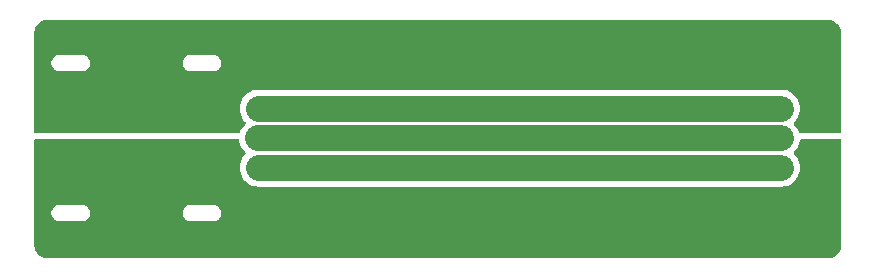
<source format=gbr>
%TF.GenerationSoftware,KiCad,Pcbnew,(7.0.0-rc2-283-gc53ce01b89)*%
%TF.CreationDate,2023-05-01T16:57:45+01:00*%
%TF.ProjectId,4S parallel board,34532070-6172-4616-9c6c-656c20626f61,rev?*%
%TF.SameCoordinates,Original*%
%TF.FileFunction,Copper,L1,Top*%
%TF.FilePolarity,Positive*%
%FSLAX46Y46*%
G04 Gerber Fmt 4.6, Leading zero omitted, Abs format (unit mm)*
G04 Created by KiCad (PCBNEW (7.0.0-rc2-283-gc53ce01b89)) date 2023-05-01 16:57:45*
%MOMM*%
%LPD*%
G01*
G04 APERTURE LIST*
G04 Aperture macros list*
%AMRoundRect*
0 Rectangle with rounded corners*
0 $1 Rounding radius*
0 $2 $3 $4 $5 $6 $7 $8 $9 X,Y pos of 4 corners*
0 Add a 4 corners polygon primitive as box body*
4,1,4,$2,$3,$4,$5,$6,$7,$8,$9,$2,$3,0*
0 Add four circle primitives for the rounded corners*
1,1,$1+$1,$2,$3*
1,1,$1+$1,$4,$5*
1,1,$1+$1,$6,$7*
1,1,$1+$1,$8,$9*
0 Add four rect primitives between the rounded corners*
20,1,$1+$1,$2,$3,$4,$5,0*
20,1,$1+$1,$4,$5,$6,$7,0*
20,1,$1+$1,$6,$7,$8,$9,0*
20,1,$1+$1,$8,$9,$2,$3,0*%
G04 Aperture macros list end*
%TA.AperFunction,ComponentPad*%
%ADD10RoundRect,0.249999X-1.300001X1.300001X-1.300001X-1.300001X1.300001X-1.300001X1.300001X1.300001X0*%
%TD*%
%TA.AperFunction,ComponentPad*%
%ADD11C,3.100000*%
%TD*%
%TA.AperFunction,ComponentPad*%
%ADD12R,1.700000X1.700000*%
%TD*%
%TA.AperFunction,ComponentPad*%
%ADD13O,1.700000X1.700000*%
%TD*%
%TA.AperFunction,ComponentPad*%
%ADD14O,1.950000X1.700000*%
%TD*%
%TA.AperFunction,ComponentPad*%
%ADD15RoundRect,0.250000X-0.725000X0.600000X-0.725000X-0.600000X0.725000X-0.600000X0.725000X0.600000X0*%
%TD*%
%TA.AperFunction,Conductor*%
%ADD16C,2.200000*%
%TD*%
G04 APERTURE END LIST*
D10*
%TO.P,J1,1,Pin_1*%
%TO.N,VCC*%
X99805000Y-120110000D03*
D11*
%TO.P,J1,2,Pin_2*%
%TO.N,GND*%
X99805000Y-126110000D03*
%TD*%
D12*
%TO.P,J6,1,Pin_1*%
%TO.N,VCC*%
X110599999Y-118034999D03*
D13*
%TO.P,J6,2,Pin_2*%
%TO.N,/B2*%
X110599999Y-120574999D03*
%TO.P,J6,3,Pin_3*%
%TO.N,/B3*%
X110599999Y-123114999D03*
%TO.P,J6,4,Pin_4*%
%TO.N,/B4*%
X110599999Y-125654999D03*
%TO.P,J6,5,Pin_5*%
%TO.N,GND*%
X110599999Y-128194999D03*
%TD*%
D14*
%TO.P,J2,5,Pin_5*%
%TO.N,GND*%
X116839999Y-128109999D03*
%TO.P,J2,4,Pin_4*%
%TO.N,/B4*%
X116839999Y-125609999D03*
%TO.P,J2,3,Pin_3*%
%TO.N,/B3*%
X116839999Y-123109999D03*
%TO.P,J2,2,Pin_2*%
%TO.N,/B2*%
X116839999Y-120609999D03*
D15*
%TO.P,J2,1,Pin_1*%
%TO.N,VCC*%
X116840000Y-118110000D03*
%TD*%
D14*
%TO.P,J12,5,Pin_5*%
%TO.N,GND*%
X154939999Y-128109999D03*
%TO.P,J12,4,Pin_4*%
%TO.N,/B4*%
X154939999Y-125609999D03*
%TO.P,J12,3,Pin_3*%
%TO.N,/B3*%
X154939999Y-123109999D03*
%TO.P,J12,2,Pin_2*%
%TO.N,/B2*%
X154939999Y-120609999D03*
D15*
%TO.P,J12,1,Pin_1*%
%TO.N,VCC*%
X154940000Y-118110000D03*
%TD*%
%TO.P,J9,1,Pin_1*%
%TO.N,VCC*%
X142240000Y-118110000D03*
D14*
%TO.P,J9,2,Pin_2*%
%TO.N,/B2*%
X142239999Y-120609999D03*
%TO.P,J9,3,Pin_3*%
%TO.N,/B3*%
X142239999Y-123109999D03*
%TO.P,J9,4,Pin_4*%
%TO.N,/B4*%
X142239999Y-125609999D03*
%TO.P,J9,5,Pin_5*%
%TO.N,GND*%
X142239999Y-128109999D03*
%TD*%
D15*
%TO.P,J3,1,Pin_1*%
%TO.N,VCC*%
X129540000Y-118110000D03*
D14*
%TO.P,J3,2,Pin_2*%
%TO.N,/B2*%
X129539999Y-120609999D03*
%TO.P,J3,3,Pin_3*%
%TO.N,/B3*%
X129539999Y-123109999D03*
%TO.P,J3,4,Pin_4*%
%TO.N,/B4*%
X129539999Y-125609999D03*
%TO.P,J3,5,Pin_5*%
%TO.N,GND*%
X129539999Y-128109999D03*
%TD*%
D16*
%TO.N,/B4*%
X154860000Y-125610000D02*
X110645000Y-125610000D01*
%TO.N,/B3*%
X110605000Y-123110000D02*
X154860000Y-123110000D01*
%TO.N,/B2*%
X110635000Y-120610000D02*
X154860000Y-120610000D01*
%TD*%
%TA.AperFunction,Conductor*%
%TO.N,VCC*%
G36*
X158754930Y-113080888D02*
G01*
X158930886Y-113094736D01*
X158950414Y-113097829D01*
X159033808Y-113117850D01*
X159117205Y-113137872D01*
X159136008Y-113143982D01*
X159294477Y-113209622D01*
X159312093Y-113218598D01*
X159458352Y-113308225D01*
X159474339Y-113319839D01*
X159604785Y-113431250D01*
X159618749Y-113445214D01*
X159730158Y-113575658D01*
X159741774Y-113591647D01*
X159831401Y-113737906D01*
X159840377Y-113755522D01*
X159906017Y-113913991D01*
X159912127Y-113932795D01*
X159952170Y-114099585D01*
X159955263Y-114119113D01*
X159969112Y-114295070D01*
X159969500Y-114304956D01*
X159969500Y-122550500D01*
X159952619Y-122613500D01*
X159906500Y-122659619D01*
X159843500Y-122676500D01*
X156583651Y-122676500D01*
X156579773Y-122676984D01*
X156579769Y-122676985D01*
X156524738Y-122683864D01*
X156470697Y-122678839D01*
X156423783Y-122651548D01*
X156392702Y-122607056D01*
X156297616Y-122377498D01*
X156165328Y-122161624D01*
X156000898Y-121969102D01*
X155997141Y-121965893D01*
X155997139Y-121965891D01*
X155985334Y-121955808D01*
X155952739Y-121912746D01*
X155941167Y-121859994D01*
X155952743Y-121807243D01*
X155985339Y-121764186D01*
X156000898Y-121750898D01*
X156165328Y-121558376D01*
X156297616Y-121342502D01*
X156394505Y-121108591D01*
X156453609Y-120862403D01*
X156473474Y-120610000D01*
X156453609Y-120357597D01*
X156394505Y-120111409D01*
X156297616Y-119877498D01*
X156165328Y-119661624D01*
X156000898Y-119469102D01*
X155997142Y-119465894D01*
X155812135Y-119307882D01*
X155812131Y-119307879D01*
X155808376Y-119304672D01*
X155592502Y-119172384D01*
X155358591Y-119075495D01*
X155353787Y-119074341D01*
X155353779Y-119074339D01*
X155117215Y-119017546D01*
X155117211Y-119017545D01*
X155112403Y-119016391D01*
X155107477Y-119016003D01*
X155107469Y-119016002D01*
X154925655Y-119001693D01*
X154925647Y-119001692D01*
X154923199Y-119001500D01*
X110571801Y-119001500D01*
X110569353Y-119001692D01*
X110569344Y-119001693D01*
X110387530Y-119016002D01*
X110387520Y-119016003D01*
X110382597Y-119016391D01*
X110377789Y-119017545D01*
X110377784Y-119017546D01*
X110141220Y-119074339D01*
X110141208Y-119074342D01*
X110136409Y-119075495D01*
X110131841Y-119077386D01*
X110131835Y-119077389D01*
X109907072Y-119170489D01*
X109907067Y-119170491D01*
X109902498Y-119172384D01*
X109898283Y-119174966D01*
X109898277Y-119174970D01*
X109690838Y-119302089D01*
X109690832Y-119302093D01*
X109686624Y-119304672D01*
X109682874Y-119307874D01*
X109682864Y-119307882D01*
X109497857Y-119465894D01*
X109497850Y-119465900D01*
X109494102Y-119469102D01*
X109490900Y-119472850D01*
X109490894Y-119472857D01*
X109332882Y-119657864D01*
X109332874Y-119657874D01*
X109329672Y-119661624D01*
X109327093Y-119665832D01*
X109327089Y-119665838D01*
X109199970Y-119873277D01*
X109199966Y-119873283D01*
X109197384Y-119877498D01*
X109195491Y-119882067D01*
X109195489Y-119882072D01*
X109102389Y-120106835D01*
X109102386Y-120106841D01*
X109100495Y-120111409D01*
X109099342Y-120116208D01*
X109099339Y-120116220D01*
X109042546Y-120352784D01*
X109041391Y-120357597D01*
X109041003Y-120362520D01*
X109041002Y-120362530D01*
X109021914Y-120605070D01*
X109021526Y-120610000D01*
X109021914Y-120614930D01*
X109041002Y-120857469D01*
X109041003Y-120857477D01*
X109041391Y-120862403D01*
X109042545Y-120867211D01*
X109042546Y-120867215D01*
X109099339Y-121103779D01*
X109099341Y-121103787D01*
X109100495Y-121108591D01*
X109197384Y-121342502D01*
X109329672Y-121558376D01*
X109332879Y-121562131D01*
X109332882Y-121562135D01*
X109403176Y-121644438D01*
X109494102Y-121750898D01*
X109497871Y-121754117D01*
X109501364Y-121757610D01*
X109500234Y-121758739D01*
X109527253Y-121794424D01*
X109538833Y-121847178D01*
X109527261Y-121899934D01*
X109494665Y-121942998D01*
X109467858Y-121965893D01*
X109467850Y-121965900D01*
X109464102Y-121969102D01*
X109460900Y-121972850D01*
X109460894Y-121972857D01*
X109302882Y-122157864D01*
X109302874Y-122157874D01*
X109299672Y-122161624D01*
X109297093Y-122165832D01*
X109297089Y-122165838D01*
X109169970Y-122373277D01*
X109169966Y-122373283D01*
X109167384Y-122377498D01*
X109165491Y-122382067D01*
X109165489Y-122382072D01*
X109072298Y-122607055D01*
X109041216Y-122651548D01*
X108994302Y-122678839D01*
X108940261Y-122683864D01*
X108885230Y-122676985D01*
X108885227Y-122676984D01*
X108881349Y-122676500D01*
X91726500Y-122676500D01*
X91663500Y-122659619D01*
X91617381Y-122613500D01*
X91600500Y-122550500D01*
X91600500Y-116837237D01*
X93087000Y-116837237D01*
X93088573Y-116844129D01*
X93088574Y-116844137D01*
X93119798Y-116980942D01*
X93119800Y-116980948D01*
X93121373Y-116987839D01*
X93124440Y-116994208D01*
X93124442Y-116994213D01*
X93185324Y-117120635D01*
X93188397Y-117127016D01*
X93192809Y-117132549D01*
X93192812Y-117132553D01*
X93280300Y-117242258D01*
X93284711Y-117247789D01*
X93290241Y-117252199D01*
X93399946Y-117339687D01*
X93399948Y-117339688D01*
X93405484Y-117344103D01*
X93544661Y-117411127D01*
X93695263Y-117445500D01*
X93762455Y-117445500D01*
X93772500Y-117445500D01*
X93788908Y-117445500D01*
X95661092Y-117445500D01*
X95687545Y-117445500D01*
X95747659Y-117445500D01*
X95754737Y-117445500D01*
X95905339Y-117411127D01*
X96044516Y-117344103D01*
X96165289Y-117247789D01*
X96261603Y-117127016D01*
X96328627Y-116987839D01*
X96363000Y-116837237D01*
X104199500Y-116837237D01*
X104201073Y-116844129D01*
X104201074Y-116844137D01*
X104232298Y-116980942D01*
X104232300Y-116980948D01*
X104233873Y-116987839D01*
X104236940Y-116994208D01*
X104236942Y-116994213D01*
X104297824Y-117120635D01*
X104300897Y-117127016D01*
X104305309Y-117132549D01*
X104305312Y-117132553D01*
X104392800Y-117242258D01*
X104397211Y-117247789D01*
X104402741Y-117252199D01*
X104512446Y-117339687D01*
X104512448Y-117339688D01*
X104517984Y-117344103D01*
X104657161Y-117411127D01*
X104807763Y-117445500D01*
X104874955Y-117445500D01*
X104885000Y-117445500D01*
X104901408Y-117445500D01*
X106773592Y-117445500D01*
X106800045Y-117445500D01*
X106860159Y-117445500D01*
X106867237Y-117445500D01*
X107017839Y-117411127D01*
X107157016Y-117344103D01*
X107277789Y-117247789D01*
X107374103Y-117127016D01*
X107441127Y-116987839D01*
X107475500Y-116837237D01*
X107475500Y-116682763D01*
X107441127Y-116532161D01*
X107374103Y-116392984D01*
X107317889Y-116322495D01*
X107282199Y-116277741D01*
X107277789Y-116272211D01*
X107272258Y-116267800D01*
X107162553Y-116180312D01*
X107162549Y-116180309D01*
X107157016Y-116175897D01*
X107150635Y-116172824D01*
X107024213Y-116111942D01*
X107024208Y-116111940D01*
X107017839Y-116108873D01*
X107010948Y-116107300D01*
X107010942Y-116107298D01*
X106874137Y-116076074D01*
X106874129Y-116076073D01*
X106867237Y-116074500D01*
X106800045Y-116074500D01*
X104901408Y-116074500D01*
X104885000Y-116074500D01*
X104807763Y-116074500D01*
X104800871Y-116076072D01*
X104800862Y-116076074D01*
X104664057Y-116107298D01*
X104664048Y-116107301D01*
X104657161Y-116108873D01*
X104650793Y-116111939D01*
X104650786Y-116111942D01*
X104524364Y-116172824D01*
X104524360Y-116172826D01*
X104517984Y-116175897D01*
X104512454Y-116180306D01*
X104512446Y-116180312D01*
X104402741Y-116267800D01*
X104402736Y-116267804D01*
X104397211Y-116272211D01*
X104392804Y-116277736D01*
X104392800Y-116277741D01*
X104305312Y-116387446D01*
X104305306Y-116387454D01*
X104300897Y-116392984D01*
X104297826Y-116399360D01*
X104297824Y-116399364D01*
X104236942Y-116525786D01*
X104236939Y-116525793D01*
X104233873Y-116532161D01*
X104232301Y-116539048D01*
X104232298Y-116539057D01*
X104201074Y-116675862D01*
X104201072Y-116675871D01*
X104199500Y-116682763D01*
X104199500Y-116837237D01*
X96363000Y-116837237D01*
X96363000Y-116682763D01*
X96328627Y-116532161D01*
X96261603Y-116392984D01*
X96205389Y-116322495D01*
X96169699Y-116277741D01*
X96165289Y-116272211D01*
X96159758Y-116267800D01*
X96050053Y-116180312D01*
X96050049Y-116180309D01*
X96044516Y-116175897D01*
X96038135Y-116172824D01*
X95911713Y-116111942D01*
X95911708Y-116111940D01*
X95905339Y-116108873D01*
X95898448Y-116107300D01*
X95898442Y-116107298D01*
X95761637Y-116076074D01*
X95761629Y-116076073D01*
X95754737Y-116074500D01*
X95687545Y-116074500D01*
X93788908Y-116074500D01*
X93772500Y-116074500D01*
X93695263Y-116074500D01*
X93688371Y-116076072D01*
X93688362Y-116076074D01*
X93551557Y-116107298D01*
X93551548Y-116107301D01*
X93544661Y-116108873D01*
X93538293Y-116111939D01*
X93538286Y-116111942D01*
X93411864Y-116172824D01*
X93411860Y-116172826D01*
X93405484Y-116175897D01*
X93399954Y-116180306D01*
X93399946Y-116180312D01*
X93290241Y-116267800D01*
X93290236Y-116267804D01*
X93284711Y-116272211D01*
X93280304Y-116277736D01*
X93280300Y-116277741D01*
X93192812Y-116387446D01*
X93192806Y-116387454D01*
X93188397Y-116392984D01*
X93185326Y-116399360D01*
X93185324Y-116399364D01*
X93124442Y-116525786D01*
X93124439Y-116525793D01*
X93121373Y-116532161D01*
X93119801Y-116539048D01*
X93119798Y-116539057D01*
X93088574Y-116675862D01*
X93088572Y-116675871D01*
X93087000Y-116682763D01*
X93087000Y-116837237D01*
X91600500Y-116837237D01*
X91600500Y-114304956D01*
X91600888Y-114295070D01*
X91614736Y-114119113D01*
X91617829Y-114099585D01*
X91657873Y-113932790D01*
X91663982Y-113913991D01*
X91729624Y-113755516D01*
X91738598Y-113737906D01*
X91828225Y-113591647D01*
X91839834Y-113575666D01*
X91951256Y-113445207D01*
X91965207Y-113431256D01*
X92095666Y-113319834D01*
X92111647Y-113308225D01*
X92257906Y-113218598D01*
X92275516Y-113209624D01*
X92433995Y-113143980D01*
X92452790Y-113137873D01*
X92619586Y-113097828D01*
X92639113Y-113094736D01*
X92815070Y-113080888D01*
X92824956Y-113080500D01*
X92836408Y-113080500D01*
X158733592Y-113080500D01*
X158745044Y-113080500D01*
X158754930Y-113080888D01*
G37*
%TD.AperFunction*%
%TD*%
%TA.AperFunction,Conductor*%
%TO.N,GND*%
G36*
X108941471Y-123205269D02*
G01*
X108987022Y-123247376D01*
X109006961Y-123306114D01*
X109011002Y-123357469D01*
X109011003Y-123357477D01*
X109011391Y-123362403D01*
X109012545Y-123367211D01*
X109012546Y-123367215D01*
X109069339Y-123603779D01*
X109069341Y-123603787D01*
X109070495Y-123608591D01*
X109167384Y-123842502D01*
X109299672Y-124058376D01*
X109302879Y-124062131D01*
X109302882Y-124062135D01*
X109460894Y-124247142D01*
X109464102Y-124250898D01*
X109467857Y-124254105D01*
X109500013Y-124281569D01*
X109538015Y-124338444D01*
X109540701Y-124406794D01*
X109507367Y-124466312D01*
X109504102Y-124469102D01*
X109500900Y-124472850D01*
X109500894Y-124472857D01*
X109342882Y-124657864D01*
X109342874Y-124657874D01*
X109339672Y-124661624D01*
X109337093Y-124665832D01*
X109337089Y-124665838D01*
X109209970Y-124873277D01*
X109209966Y-124873283D01*
X109207384Y-124877498D01*
X109205491Y-124882067D01*
X109205489Y-124882072D01*
X109112389Y-125106835D01*
X109112386Y-125106841D01*
X109110495Y-125111409D01*
X109109342Y-125116208D01*
X109109339Y-125116220D01*
X109052546Y-125352784D01*
X109051391Y-125357597D01*
X109051003Y-125362520D01*
X109051002Y-125362530D01*
X109031914Y-125605070D01*
X109031526Y-125610000D01*
X109031914Y-125614930D01*
X109051002Y-125857469D01*
X109051003Y-125857477D01*
X109051391Y-125862403D01*
X109052545Y-125867211D01*
X109052546Y-125867215D01*
X109109339Y-126103779D01*
X109109341Y-126103787D01*
X109110495Y-126108591D01*
X109207384Y-126342502D01*
X109339672Y-126558376D01*
X109342879Y-126562131D01*
X109342882Y-126562135D01*
X109500894Y-126747142D01*
X109504102Y-126750898D01*
X109696624Y-126915328D01*
X109912498Y-127047616D01*
X110146409Y-127144505D01*
X110392597Y-127203609D01*
X110581801Y-127218500D01*
X154920730Y-127218500D01*
X154923199Y-127218500D01*
X155112403Y-127203609D01*
X155358591Y-127144505D01*
X155592502Y-127047616D01*
X155808376Y-126915328D01*
X156000898Y-126750898D01*
X156165328Y-126558376D01*
X156297616Y-126342502D01*
X156394505Y-126108591D01*
X156453609Y-125862403D01*
X156473474Y-125610000D01*
X156453609Y-125357597D01*
X156394505Y-125111409D01*
X156297616Y-124877498D01*
X156165328Y-124661624D01*
X156000898Y-124469102D01*
X155997142Y-124465894D01*
X155997139Y-124465891D01*
X155985334Y-124455808D01*
X155952739Y-124412746D01*
X155941167Y-124359994D01*
X155952743Y-124307243D01*
X155985339Y-124264186D01*
X156000898Y-124250898D01*
X156165328Y-124058376D01*
X156297616Y-123842502D01*
X156394505Y-123608591D01*
X156453609Y-123362403D01*
X156458039Y-123306113D01*
X156477978Y-123247376D01*
X156523529Y-123205269D01*
X156583651Y-123190000D01*
X159843500Y-123190000D01*
X159906500Y-123206881D01*
X159952619Y-123253000D01*
X159969500Y-123316000D01*
X159969500Y-132075044D01*
X159969112Y-132084931D01*
X159955263Y-132260887D01*
X159952170Y-132280414D01*
X159912127Y-132447204D01*
X159906017Y-132466008D01*
X159840377Y-132624477D01*
X159831401Y-132642093D01*
X159741774Y-132788352D01*
X159730153Y-132804348D01*
X159618758Y-132934776D01*
X159604776Y-132948758D01*
X159474348Y-133060153D01*
X159458352Y-133071774D01*
X159312093Y-133161401D01*
X159294477Y-133170377D01*
X159136008Y-133236017D01*
X159117204Y-133242127D01*
X158950414Y-133282170D01*
X158930887Y-133285263D01*
X158767812Y-133298098D01*
X158754929Y-133299112D01*
X158745044Y-133299500D01*
X92824956Y-133299500D01*
X92815070Y-133299112D01*
X92639113Y-133285263D01*
X92619585Y-133282170D01*
X92452795Y-133242127D01*
X92433991Y-133236017D01*
X92275522Y-133170377D01*
X92257906Y-133161401D01*
X92111647Y-133071774D01*
X92095658Y-133060158D01*
X91965214Y-132948749D01*
X91951250Y-132934785D01*
X91839839Y-132804339D01*
X91828225Y-132788352D01*
X91738598Y-132642093D01*
X91729622Y-132624477D01*
X91714055Y-132586896D01*
X91663981Y-132466007D01*
X91657872Y-132447204D01*
X91617829Y-132280414D01*
X91614736Y-132260886D01*
X91600888Y-132084930D01*
X91600500Y-132075044D01*
X91600500Y-129537237D01*
X93087000Y-129537237D01*
X93088573Y-129544129D01*
X93088574Y-129544137D01*
X93119798Y-129680942D01*
X93119800Y-129680948D01*
X93121373Y-129687839D01*
X93124440Y-129694208D01*
X93124442Y-129694213D01*
X93185324Y-129820635D01*
X93188397Y-129827016D01*
X93192809Y-129832549D01*
X93192812Y-129832553D01*
X93280300Y-129942258D01*
X93284711Y-129947789D01*
X93290241Y-129952199D01*
X93399946Y-130039687D01*
X93399948Y-130039688D01*
X93405484Y-130044103D01*
X93544661Y-130111127D01*
X93695263Y-130145500D01*
X93762455Y-130145500D01*
X93772500Y-130145500D01*
X93788908Y-130145500D01*
X95661092Y-130145500D01*
X95687545Y-130145500D01*
X95747659Y-130145500D01*
X95754737Y-130145500D01*
X95905339Y-130111127D01*
X96044516Y-130044103D01*
X96165289Y-129947789D01*
X96261603Y-129827016D01*
X96328627Y-129687839D01*
X96363000Y-129537237D01*
X104199500Y-129537237D01*
X104201073Y-129544129D01*
X104201074Y-129544137D01*
X104232298Y-129680942D01*
X104232300Y-129680948D01*
X104233873Y-129687839D01*
X104236940Y-129694208D01*
X104236942Y-129694213D01*
X104297824Y-129820635D01*
X104300897Y-129827016D01*
X104305309Y-129832549D01*
X104305312Y-129832553D01*
X104392800Y-129942258D01*
X104397211Y-129947789D01*
X104402741Y-129952199D01*
X104512446Y-130039687D01*
X104512448Y-130039688D01*
X104517984Y-130044103D01*
X104657161Y-130111127D01*
X104807763Y-130145500D01*
X104874955Y-130145500D01*
X104885000Y-130145500D01*
X104901408Y-130145500D01*
X106773592Y-130145500D01*
X106800045Y-130145500D01*
X106860159Y-130145500D01*
X106867237Y-130145500D01*
X107017839Y-130111127D01*
X107157016Y-130044103D01*
X107277789Y-129947789D01*
X107374103Y-129827016D01*
X107441127Y-129687839D01*
X107475500Y-129537237D01*
X107475500Y-129382763D01*
X107441127Y-129232161D01*
X107374103Y-129092984D01*
X107317889Y-129022495D01*
X107282199Y-128977741D01*
X107277789Y-128972211D01*
X107272258Y-128967800D01*
X107162553Y-128880312D01*
X107162549Y-128880309D01*
X107157016Y-128875897D01*
X107150635Y-128872824D01*
X107024213Y-128811942D01*
X107024208Y-128811940D01*
X107017839Y-128808873D01*
X107010948Y-128807300D01*
X107010942Y-128807298D01*
X106874137Y-128776074D01*
X106874129Y-128776073D01*
X106867237Y-128774500D01*
X106800045Y-128774500D01*
X104901408Y-128774500D01*
X104885000Y-128774500D01*
X104807763Y-128774500D01*
X104800871Y-128776072D01*
X104800862Y-128776074D01*
X104664057Y-128807298D01*
X104664048Y-128807301D01*
X104657161Y-128808873D01*
X104650793Y-128811939D01*
X104650786Y-128811942D01*
X104524364Y-128872824D01*
X104524360Y-128872826D01*
X104517984Y-128875897D01*
X104512454Y-128880306D01*
X104512446Y-128880312D01*
X104402741Y-128967800D01*
X104402736Y-128967804D01*
X104397211Y-128972211D01*
X104392804Y-128977736D01*
X104392800Y-128977741D01*
X104305312Y-129087446D01*
X104305306Y-129087454D01*
X104300897Y-129092984D01*
X104297826Y-129099360D01*
X104297824Y-129099364D01*
X104236942Y-129225786D01*
X104236939Y-129225793D01*
X104233873Y-129232161D01*
X104232301Y-129239048D01*
X104232298Y-129239057D01*
X104201074Y-129375862D01*
X104201072Y-129375871D01*
X104199500Y-129382763D01*
X104199500Y-129537237D01*
X96363000Y-129537237D01*
X96363000Y-129382763D01*
X96328627Y-129232161D01*
X96261603Y-129092984D01*
X96205389Y-129022495D01*
X96169699Y-128977741D01*
X96165289Y-128972211D01*
X96159758Y-128967800D01*
X96050053Y-128880312D01*
X96050049Y-128880309D01*
X96044516Y-128875897D01*
X96038135Y-128872824D01*
X95911713Y-128811942D01*
X95911708Y-128811940D01*
X95905339Y-128808873D01*
X95898448Y-128807300D01*
X95898442Y-128807298D01*
X95761637Y-128776074D01*
X95761629Y-128776073D01*
X95754737Y-128774500D01*
X95687545Y-128774500D01*
X93788908Y-128774500D01*
X93772500Y-128774500D01*
X93695263Y-128774500D01*
X93688371Y-128776072D01*
X93688362Y-128776074D01*
X93551557Y-128807298D01*
X93551548Y-128807301D01*
X93544661Y-128808873D01*
X93538293Y-128811939D01*
X93538286Y-128811942D01*
X93411864Y-128872824D01*
X93411860Y-128872826D01*
X93405484Y-128875897D01*
X93399954Y-128880306D01*
X93399946Y-128880312D01*
X93290241Y-128967800D01*
X93290236Y-128967804D01*
X93284711Y-128972211D01*
X93280304Y-128977736D01*
X93280300Y-128977741D01*
X93192812Y-129087446D01*
X93192806Y-129087454D01*
X93188397Y-129092984D01*
X93185326Y-129099360D01*
X93185324Y-129099364D01*
X93124442Y-129225786D01*
X93124439Y-129225793D01*
X93121373Y-129232161D01*
X93119801Y-129239048D01*
X93119798Y-129239057D01*
X93088574Y-129375862D01*
X93088572Y-129375871D01*
X93087000Y-129382763D01*
X93087000Y-129537237D01*
X91600500Y-129537237D01*
X91600500Y-123316000D01*
X91617381Y-123253000D01*
X91663500Y-123206881D01*
X91726500Y-123190000D01*
X108881349Y-123190000D01*
X108941471Y-123205269D01*
G37*
%TD.AperFunction*%
%TD*%
M02*

</source>
